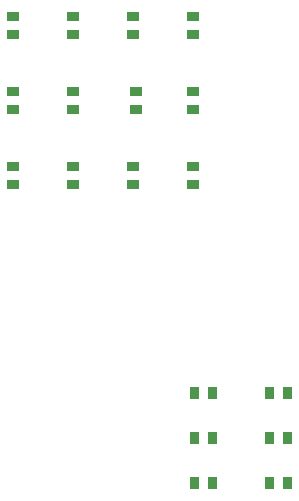
<source format=gbr>
G04 start of page 8 for group -4015 idx -4015 *
G04 Title: (unknown), toppaste *
G04 Creator: pcb 20091103 *
G04 CreationDate: Sat 12 Mar 2011 01:57:14 PM GMT UTC *
G04 For: jlamothe *
G04 Format: Gerber/RS-274X *
G04 PCB-Dimensions: 200000 210000 *
G04 PCB-Coordinate-Origin: lower left *
%MOIN*%
%FSLAX25Y25*%
%LNFRONTPASTE*%
%ADD16R,0.0300X0.0300*%
G54D16*X14000Y135000D02*X15000D01*
X14000Y128900D02*X15000D01*
X14000Y185000D02*X15000D01*
X14000Y178900D02*X15000D01*
X14000Y160000D02*X15000D01*
X14000Y153900D02*X15000D01*
X34000Y135000D02*X35000D01*
X34000Y128900D02*X35000D01*
X34000Y185000D02*X35000D01*
X34000Y178900D02*X35000D01*
X34000Y160000D02*X35000D01*
X34000Y153900D02*X35000D01*
X55000Y160000D02*X56000D01*
X55000Y153900D02*X56000D01*
X54000Y135000D02*X55000D01*
X54000Y128900D02*X55000D01*
X54000Y185000D02*X55000D01*
X54000Y178900D02*X55000D01*
X74000Y185000D02*X75000D01*
X74000Y178900D02*X75000D01*
X74000Y160000D02*X75000D01*
X74000Y153900D02*X75000D01*
X100000Y30000D02*Y29000D01*
X106100Y30000D02*Y29000D01*
X100000Y45000D02*Y44000D01*
X106100Y45000D02*Y44000D01*
X74000Y135000D02*X75000D01*
X74000Y128900D02*X75000D01*
X100000Y60000D02*Y59000D01*
X106100Y60000D02*Y59000D01*
X75000Y30000D02*Y29000D01*
X81100Y30000D02*Y29000D01*
X75000Y45000D02*Y44000D01*
X81100Y45000D02*Y44000D01*
X75000Y60000D02*Y59000D01*
X81100Y60000D02*Y59000D01*
M02*

</source>
